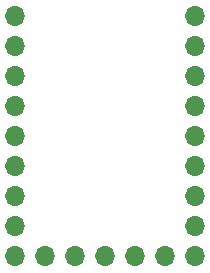
<source format=gbr>
%TF.GenerationSoftware,KiCad,Pcbnew,8.0.3+1*%
%TF.CreationDate,2024-06-24T22:52:21-04:00*%
%TF.ProjectId,RP2040_ZERO_REV,52503230-3430-45f5-9a45-524f5f524556,rev?*%
%TF.SameCoordinates,Original*%
%TF.FileFunction,Soldermask,Top*%
%TF.FilePolarity,Negative*%
%FSLAX46Y46*%
G04 Gerber Fmt 4.6, Leading zero omitted, Abs format (unit mm)*
G04 Created by KiCad (PCBNEW 8.0.3+1) date 2024-06-24 22:52:21*
%MOMM*%
%LPD*%
G01*
G04 APERTURE LIST*
%ADD10O,1.700000X1.700000*%
G04 APERTURE END LIST*
D10*
%TO.C,*%
X167640000Y-88530000D03*
%TD*%
%TO.C,*%
X165100000Y-93610000D03*
%TD*%
%TO.C,*%
X152400000Y-80910000D03*
%TD*%
%TO.C,*%
X154940000Y-93610000D03*
%TD*%
%TO.C,*%
X152400000Y-91070000D03*
%TD*%
%TO.C,*%
X167640000Y-91070000D03*
%TD*%
%TO.C,*%
X152400000Y-88530000D03*
%TD*%
%TO.C,*%
X162560000Y-93610000D03*
%TD*%
%TO.C,*%
X152400000Y-93610000D03*
%TD*%
%TO.C,*%
X167640000Y-83450000D03*
%TD*%
%TO.C,*%
X167640000Y-93610000D03*
%TD*%
%TO.C,*%
X157480000Y-93610000D03*
%TD*%
%TO.C,*%
X152400000Y-73290000D03*
%TD*%
%TO.C,*%
X167640000Y-75830000D03*
%TD*%
%TO.C,*%
X167640000Y-80910000D03*
%TD*%
%TO.C,*%
X152400000Y-83450000D03*
%TD*%
%TO.C,*%
X167640000Y-73290000D03*
%TD*%
%TO.C,*%
X167640000Y-78370000D03*
%TD*%
%TO.C,*%
X167640000Y-85990000D03*
%TD*%
%TO.C,*%
X152400000Y-85990000D03*
%TD*%
%TO.C,*%
X152400000Y-78370000D03*
%TD*%
%TO.C,*%
X152400000Y-75830000D03*
%TD*%
%TO.C,*%
X160020000Y-93610000D03*
%TD*%
M02*

</source>
